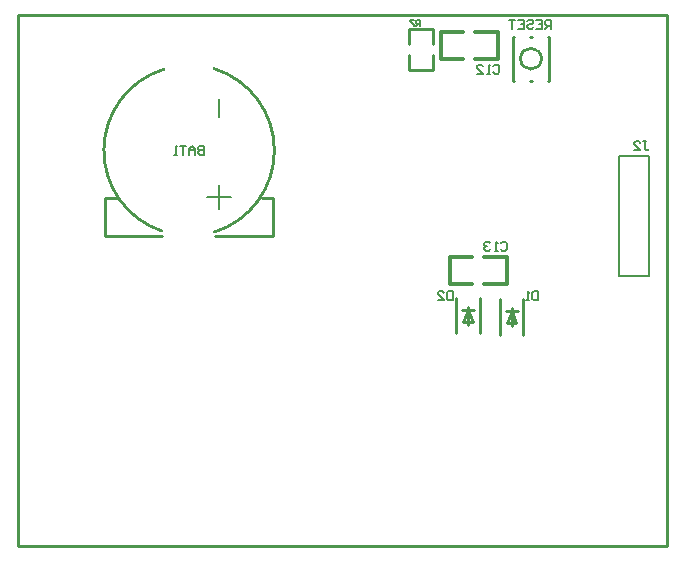
<source format=gbo>
G04*
G04 #@! TF.GenerationSoftware,Altium Limited,Altium Designer,19.0.10 (269)*
G04*
G04 Layer_Color=32896*
%FSLAX25Y25*%
%MOIN*%
G70*
G01*
G75*
%ADD10C,0.01000*%
%ADD13C,0.00799*%
%ADD14C,0.00800*%
%ADD15C,0.01200*%
%ADD19C,0.00500*%
%ADD65C,0.00600*%
D10*
X48638Y158953D02*
G03*
X47955Y105068I8362J-27053D01*
G01*
X65563Y104691D02*
G03*
X65481Y159135I-8563J27209D01*
G01*
X174547Y162480D02*
G03*
X174547Y162480I-3500J0D01*
G01*
X81294Y115900D02*
X85000D01*
Y103475D02*
Y115900D01*
X65784Y103475D02*
X85000D01*
X29000D02*
X48216D01*
X29000D02*
Y115900D01*
X33726D01*
X148400Y74807D02*
X150000Y78807D01*
X148400Y74807D02*
X151600D01*
X150000Y78807D02*
X151600Y74807D01*
X146063Y70902D02*
Y82713D01*
X153937Y70902D02*
Y82713D01*
X148000Y78807D02*
X152000D01*
X150000Y73807D02*
Y79807D01*
X164563Y73445D02*
Y79445D01*
X162563Y78445D02*
X166563D01*
X168500Y70539D02*
Y82350D01*
X160626Y70539D02*
Y82350D01*
X164563Y78445D02*
X166163Y74445D01*
X162963D02*
X166163D01*
X162963D02*
X164563Y78445D01*
X130484Y158673D02*
X138516D01*
X130484Y172453D02*
X138516Y172453D01*
Y158673D02*
Y163595D01*
X130484Y158673D02*
Y163595D01*
X138516Y167532D02*
Y172453D01*
X130484Y167532D02*
Y172453D01*
X176953Y155197D02*
Y169764D01*
X165142Y155197D02*
Y169764D01*
X176682Y155197D02*
X176953D01*
X170776D02*
X171318D01*
X165142D02*
X165413D01*
X176682Y169764D02*
X176953D01*
X170776D02*
X171318D01*
X165142D02*
X165413D01*
X0Y0D02*
Y177165D01*
Y0D02*
X216535D01*
Y177165D01*
X0D02*
X216535D01*
D13*
X210500Y97500D02*
Y130000D01*
D14*
Y90000D02*
Y97500D01*
X200500Y90000D02*
X210500D01*
X200500D02*
Y130000D01*
X210500D01*
D15*
X155500Y96500D02*
X163000D01*
X155500Y87500D02*
X163000D01*
X144000D02*
X151500D01*
X144000Y96500D02*
X151500D01*
X163000Y87500D02*
Y96500D01*
X144000Y87500D02*
Y96500D01*
X141000Y162500D02*
X148500D01*
X141000Y171500D02*
X148500D01*
X152500D02*
X160000D01*
X152500Y162500D02*
X160000D01*
X141000D02*
Y171500D01*
X160000Y162500D02*
Y171500D01*
D19*
X177868Y172500D02*
Y175499D01*
X176368D01*
X175869Y174999D01*
Y174000D01*
X176368Y173500D01*
X177868D01*
X176868D02*
X175869Y172500D01*
X172870Y175499D02*
X174869D01*
Y172500D01*
X172870D01*
X174869Y174000D02*
X173869D01*
X169871Y174999D02*
X170370Y175499D01*
X171370D01*
X171870Y174999D01*
Y174499D01*
X171370Y174000D01*
X170370D01*
X169871Y173500D01*
Y173000D01*
X170370Y172500D01*
X171370D01*
X171870Y173000D01*
X166872Y175499D02*
X168871D01*
Y172500D01*
X166872D01*
X168871Y174000D02*
X167871D01*
X165872Y175499D02*
X163873D01*
X164872D01*
Y172500D01*
X134000Y173500D02*
Y175499D01*
X133000D01*
X132667Y175166D01*
Y174500D01*
X133000Y174167D01*
X134000D01*
X133334D02*
X132667Y173500D01*
X132001Y175499D02*
X130668D01*
Y175166D01*
X132001Y173833D01*
Y173500D01*
X208501Y134999D02*
X209500D01*
X209000D01*
Y132500D01*
X209500Y132000D01*
X210000D01*
X210500Y132500D01*
X205502Y132000D02*
X207501D01*
X205502Y133999D01*
Y134499D01*
X206001Y134999D01*
X207001D01*
X207501Y134499D01*
X145000Y85015D02*
Y82016D01*
X143500D01*
X143001Y82515D01*
Y84515D01*
X143500Y85015D01*
X145000D01*
X140002Y82016D02*
X142001D01*
X140002Y84015D01*
Y84515D01*
X140501Y85015D01*
X141501D01*
X142001Y84515D01*
X173537Y84999D02*
Y82000D01*
X172037D01*
X171538Y82500D01*
Y84499D01*
X172037Y84999D01*
X173537D01*
X170538Y82000D02*
X169538D01*
X170038D01*
Y84999D01*
X170538Y84499D01*
X161001Y100999D02*
X161501Y101499D01*
X162500D01*
X163000Y100999D01*
Y99000D01*
X162500Y98500D01*
X161501D01*
X161001Y99000D01*
X160001Y98500D02*
X159001D01*
X159501D01*
Y101499D01*
X160001Y100999D01*
X157502D02*
X157002Y101499D01*
X156002D01*
X155502Y100999D01*
Y100499D01*
X156002Y99999D01*
X156502D01*
X156002D01*
X155502Y99500D01*
Y99000D01*
X156002Y98500D01*
X157002D01*
X157502Y99000D01*
X158501Y159999D02*
X159001Y160499D01*
X160000D01*
X160500Y159999D01*
Y158000D01*
X160000Y157500D01*
X159001D01*
X158501Y158000D01*
X157501Y157500D02*
X156501D01*
X157001D01*
Y160499D01*
X157501Y159999D01*
X153002Y157500D02*
X155002D01*
X153002Y159499D01*
Y159999D01*
X153502Y160499D01*
X154502D01*
X155002Y159999D01*
X62100Y133399D02*
Y130400D01*
X60601D01*
X60101Y130900D01*
Y131400D01*
X60601Y131899D01*
X62100D01*
X60601D01*
X60101Y132399D01*
Y132899D01*
X60601Y133399D01*
X62100D01*
X59101Y130400D02*
Y132399D01*
X58101Y133399D01*
X57102Y132399D01*
Y130400D01*
Y131899D01*
X59101D01*
X56102Y133399D02*
X54103D01*
X55102D01*
Y130400D01*
X53103D02*
X52103D01*
X52603D01*
Y133399D01*
X53103Y132899D01*
D65*
X67000Y143000D02*
Y149000D01*
X63000Y116500D02*
X71000D01*
X67000Y112500D02*
Y120500D01*
M02*

</source>
